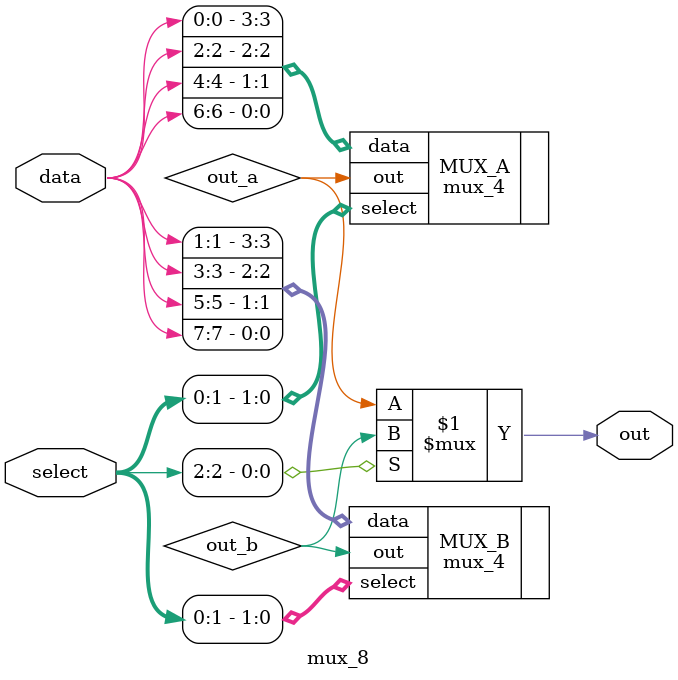
<source format=sv>
module mux_8(data, select, out);

input wire [0:7] data;
input wire [0:2] select;
output logic out;

wire out_a, out_b;

mux_4 MUX_A(
  .data({data[0], data[2], data[4], data[6]}),
  .select(select[0:1]),
  .out(out_a)
);

mux_4 MUX_B(
  .data({data[1], data[3], data[5], data[7]}),
  .select(select[0:1]),
  .out(out_b)
);

assign out = select[2] ? out_b : out_a;

endmodule
</source>
